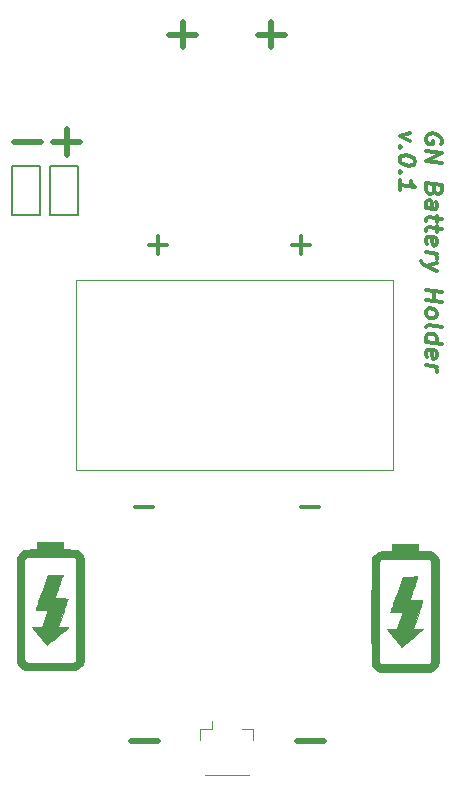
<source format=gto>
G04 #@! TF.GenerationSoftware,KiCad,Pcbnew,(5.1.7)-1*
G04 #@! TF.CreationDate,2020-10-28T14:03:00+01:00*
G04 #@! TF.ProjectId,Generic_Node-BatteryHolder,47656e65-7269-4635-9f4e-6f64652d4261,1.0*
G04 #@! TF.SameCoordinates,PX8f0d180PY5f5e100*
G04 #@! TF.FileFunction,Legend,Top*
G04 #@! TF.FilePolarity,Positive*
%FSLAX46Y46*%
G04 Gerber Fmt 4.6, Leading zero omitted, Abs format (unit mm)*
G04 Created by KiCad (PCBNEW (5.1.7)-1) date 2020-10-28 14:03:00*
%MOMM*%
%LPD*%
G01*
G04 APERTURE LIST*
%ADD10C,0.300000*%
%ADD11C,0.500000*%
%ADD12C,0.010000*%
%ADD13C,0.150000*%
%ADD14C,0.120000*%
G04 APERTURE END LIST*
D10*
X18125000Y21499643D02*
X18186904Y21634762D01*
X18186904Y21849048D01*
X18125000Y22071072D01*
X18001190Y22229405D01*
X17877380Y22316310D01*
X17629761Y22418691D01*
X17444047Y22441905D01*
X17196428Y22401429D01*
X17072619Y22345477D01*
X16948809Y22218096D01*
X16886904Y22011548D01*
X16886904Y21868691D01*
X16948809Y21646667D01*
X17010714Y21567500D01*
X17444047Y21513334D01*
X17444047Y21799048D01*
X16886904Y20940120D02*
X18186904Y20777620D01*
X16886904Y20082977D01*
X18186904Y19920477D01*
X17567857Y17640715D02*
X17505952Y17434167D01*
X17444047Y17370477D01*
X17320238Y17314524D01*
X17134523Y17337739D01*
X17010714Y17424643D01*
X16948809Y17503810D01*
X16886904Y17654405D01*
X16886904Y18225834D01*
X18186904Y18063334D01*
X18186904Y17563334D01*
X18125000Y17428215D01*
X18063095Y17364524D01*
X17939285Y17308572D01*
X17815476Y17324048D01*
X17691666Y17410953D01*
X17629761Y17490120D01*
X17567857Y17640715D01*
X17567857Y18140715D01*
X16886904Y16082977D02*
X17567857Y15997858D01*
X17691666Y16053810D01*
X17753571Y16188929D01*
X17753571Y16474643D01*
X17691666Y16625239D01*
X16948809Y16075239D02*
X16886904Y16225834D01*
X16886904Y16582977D01*
X16948809Y16718096D01*
X17072619Y16774048D01*
X17196428Y16758572D01*
X17320238Y16671667D01*
X17382142Y16521072D01*
X17382142Y16163929D01*
X17444047Y16013334D01*
X17753571Y15474643D02*
X17753571Y14903215D01*
X18186904Y15206191D02*
X17072619Y15345477D01*
X16948809Y15289524D01*
X16886904Y15154405D01*
X16886904Y15011548D01*
X17753571Y14617500D02*
X17753571Y14046072D01*
X18186904Y14349048D02*
X17072619Y14488334D01*
X16948809Y14432381D01*
X16886904Y14297262D01*
X16886904Y14154405D01*
X16948809Y13075239D02*
X16886904Y13225834D01*
X16886904Y13511548D01*
X16948809Y13646667D01*
X17072619Y13702620D01*
X17567857Y13640715D01*
X17691666Y13553810D01*
X17753571Y13403215D01*
X17753571Y13117500D01*
X17691666Y12982381D01*
X17567857Y12926429D01*
X17444047Y12941905D01*
X17320238Y13671667D01*
X16886904Y12368691D02*
X17753571Y12260358D01*
X17505952Y12291310D02*
X17629761Y12204405D01*
X17691666Y12125239D01*
X17753571Y11974643D01*
X17753571Y11831786D01*
X17753571Y11474643D02*
X16886904Y11225834D01*
X17753571Y10760358D02*
X16886904Y11225834D01*
X16577380Y11407381D01*
X16515476Y11486548D01*
X16453571Y11637143D01*
X16886904Y9154405D02*
X18186904Y8991905D01*
X17567857Y9069286D02*
X17567857Y8212143D01*
X16886904Y8297262D02*
X18186904Y8134762D01*
X16886904Y7368691D02*
X16948809Y7503810D01*
X17010714Y7567500D01*
X17134523Y7623453D01*
X17505952Y7577024D01*
X17629761Y7490120D01*
X17691666Y7410953D01*
X17753571Y7260358D01*
X17753571Y7046072D01*
X17691666Y6910953D01*
X17629761Y6847262D01*
X17505952Y6791310D01*
X17134523Y6837739D01*
X17010714Y6924643D01*
X16948809Y7003810D01*
X16886904Y7154405D01*
X16886904Y7368691D01*
X16886904Y6011548D02*
X16948809Y6146667D01*
X17072619Y6202620D01*
X18186904Y6063334D01*
X16886904Y4797262D02*
X18186904Y4634762D01*
X16948809Y4789524D02*
X16886904Y4940120D01*
X16886904Y5225834D01*
X16948809Y5360953D01*
X17010714Y5424643D01*
X17134523Y5480596D01*
X17505952Y5434167D01*
X17629761Y5347262D01*
X17691666Y5268096D01*
X17753571Y5117500D01*
X17753571Y4831786D01*
X17691666Y4696667D01*
X16948809Y3503810D02*
X16886904Y3654405D01*
X16886904Y3940120D01*
X16948809Y4075239D01*
X17072619Y4131191D01*
X17567857Y4069286D01*
X17691666Y3982381D01*
X17753571Y3831786D01*
X17753571Y3546072D01*
X17691666Y3410953D01*
X17567857Y3355000D01*
X17444047Y3370477D01*
X17320238Y4100239D01*
X16886904Y2797262D02*
X17753571Y2688929D01*
X17505952Y2719881D02*
X17629761Y2632977D01*
X17691666Y2553810D01*
X17753571Y2403215D01*
X17753571Y2260358D01*
X15503571Y22474643D02*
X14636904Y22225834D01*
X15503571Y21760358D01*
X14760714Y21281786D02*
X14698809Y21218096D01*
X14636904Y21297262D01*
X14698809Y21360953D01*
X14760714Y21281786D01*
X14636904Y21297262D01*
X15936904Y20134762D02*
X15936904Y19991905D01*
X15875000Y19856786D01*
X15813095Y19793096D01*
X15689285Y19737143D01*
X15441666Y19696667D01*
X15132142Y19735358D01*
X14884523Y19837739D01*
X14760714Y19924643D01*
X14698809Y20003810D01*
X14636904Y20154405D01*
X14636904Y20297262D01*
X14698809Y20432381D01*
X14760714Y20496072D01*
X14884523Y20552024D01*
X15132142Y20592500D01*
X15441666Y20553810D01*
X15689285Y20451429D01*
X15813095Y20364524D01*
X15875000Y20285358D01*
X15936904Y20134762D01*
X14760714Y19138929D02*
X14698809Y19075239D01*
X14636904Y19154405D01*
X14698809Y19218096D01*
X14760714Y19138929D01*
X14636904Y19154405D01*
X14636904Y17654405D02*
X14636904Y18511548D01*
X14636904Y18082977D02*
X15936904Y17920477D01*
X15751190Y18086548D01*
X15627380Y18244881D01*
X15565476Y18395477D01*
D11*
X2607142Y30800000D02*
X4892857Y30800000D01*
X3750000Y29733334D02*
X3750000Y31866667D01*
X-4892858Y30800000D02*
X-2607143Y30800000D01*
X-3750000Y29733334D02*
X-3750000Y31866667D01*
X5907142Y-29000000D02*
X8192857Y-29000000D01*
X-8142858Y-29000000D02*
X-5857143Y-29000000D01*
X-15757142Y21700000D02*
X-18042857Y21700000D01*
X-12407143Y21700000D02*
X-14692858Y21700000D01*
X-13550000Y22766667D02*
X-13550000Y20633334D01*
D12*
G36*
X16179500Y-12945167D02*
G01*
X16608125Y-12945289D01*
X16748031Y-12946350D01*
X16882052Y-12949228D01*
X17001206Y-12953592D01*
X17096508Y-12959107D01*
X17158975Y-12965440D01*
X17161360Y-12965819D01*
X17345435Y-13016653D01*
X17513916Y-13103649D01*
X17661919Y-13222014D01*
X17784559Y-13366954D01*
X17876951Y-13533674D01*
X17934213Y-13717380D01*
X17935895Y-13726023D01*
X17938822Y-13763149D01*
X17941536Y-13842411D01*
X17944036Y-13963613D01*
X17946321Y-14126556D01*
X17948390Y-14331044D01*
X17950242Y-14576881D01*
X17951876Y-14863869D01*
X17953292Y-15191811D01*
X17954487Y-15560511D01*
X17955463Y-15969772D01*
X17956216Y-16419395D01*
X17956747Y-16909186D01*
X17957054Y-17438947D01*
X17957137Y-18008480D01*
X17957133Y-18065098D01*
X17957107Y-18573217D01*
X17957092Y-19040769D01*
X17957039Y-19469519D01*
X17956901Y-19861233D01*
X17956630Y-20217676D01*
X17956179Y-20540614D01*
X17955501Y-20831812D01*
X17954547Y-21093037D01*
X17953271Y-21326054D01*
X17951625Y-21532629D01*
X17949561Y-21714527D01*
X17947033Y-21873513D01*
X17943991Y-22011354D01*
X17940390Y-22129816D01*
X17936181Y-22230663D01*
X17931318Y-22315662D01*
X17925752Y-22386578D01*
X17919436Y-22445177D01*
X17912322Y-22493225D01*
X17904364Y-22532487D01*
X17895513Y-22564728D01*
X17885722Y-22591715D01*
X17874944Y-22615213D01*
X17863131Y-22636988D01*
X17850235Y-22658805D01*
X17836210Y-22682431D01*
X17832789Y-22688359D01*
X17716150Y-22850425D01*
X17569414Y-22984363D01*
X17396778Y-23086870D01*
X17261105Y-23138659D01*
X17223148Y-23143716D01*
X17146501Y-23148314D01*
X17034748Y-23152453D01*
X16891473Y-23156136D01*
X16720261Y-23159364D01*
X16524696Y-23162136D01*
X16308363Y-23164454D01*
X16074845Y-23166319D01*
X15827728Y-23167732D01*
X15570595Y-23168695D01*
X15307031Y-23169207D01*
X15040621Y-23169270D01*
X14774949Y-23168885D01*
X14513599Y-23168053D01*
X14260155Y-23166774D01*
X14018203Y-23165051D01*
X13791326Y-23162883D01*
X13583109Y-23160272D01*
X13397137Y-23157219D01*
X13236993Y-23153724D01*
X13106262Y-23149789D01*
X13008529Y-23145415D01*
X12947377Y-23140602D01*
X12929670Y-23137484D01*
X12744329Y-23057686D01*
X12580159Y-22943954D01*
X12442767Y-22800767D01*
X12367211Y-22688359D01*
X12352917Y-22664062D01*
X12339764Y-22641982D01*
X12327704Y-22620355D01*
X12316690Y-22597414D01*
X12306674Y-22571394D01*
X12297609Y-22540529D01*
X12289448Y-22503054D01*
X12282143Y-22457202D01*
X12275646Y-22401209D01*
X12269910Y-22333308D01*
X12264887Y-22251735D01*
X12260531Y-22154722D01*
X12256793Y-22040505D01*
X12253626Y-21907318D01*
X12250983Y-21753396D01*
X12248815Y-21576972D01*
X12247077Y-21376281D01*
X12245719Y-21149557D01*
X12244695Y-20895035D01*
X12243957Y-20610949D01*
X12243457Y-20295533D01*
X12243149Y-19947022D01*
X12242984Y-19563650D01*
X12242916Y-19143652D01*
X12242896Y-18685261D01*
X12242877Y-18186712D01*
X12242868Y-18065098D01*
X12242929Y-17491766D01*
X12243214Y-16958188D01*
X12243724Y-16464562D01*
X12244456Y-16011083D01*
X12245410Y-15597949D01*
X12246585Y-15225356D01*
X12247979Y-14893503D01*
X12249593Y-14602584D01*
X12251424Y-14352799D01*
X12253472Y-14144342D01*
X12255737Y-13977412D01*
X12258216Y-13852205D01*
X12260067Y-13794937D01*
X12888084Y-13794937D01*
X12888084Y-18053177D01*
X12888088Y-18552361D01*
X12888114Y-19010965D01*
X12888178Y-19430740D01*
X12888297Y-19813439D01*
X12888488Y-20160814D01*
X12888769Y-20474618D01*
X12889157Y-20756603D01*
X12889668Y-21008521D01*
X12890320Y-21232124D01*
X12891130Y-21429166D01*
X12892116Y-21601399D01*
X12893293Y-21750574D01*
X12894680Y-21878445D01*
X12896294Y-21986763D01*
X12898151Y-22077282D01*
X12900269Y-22151753D01*
X12902665Y-22211929D01*
X12905356Y-22259562D01*
X12908360Y-22296404D01*
X12911692Y-22324209D01*
X12915372Y-22344728D01*
X12919414Y-22359714D01*
X12923838Y-22370919D01*
X12928659Y-22380096D01*
X12930417Y-22383106D01*
X12979267Y-22442700D01*
X13041187Y-22491266D01*
X13046503Y-22494231D01*
X13060433Y-22500894D01*
X13077497Y-22506763D01*
X13100314Y-22511887D01*
X13131504Y-22516317D01*
X13173686Y-22520104D01*
X13229479Y-22523298D01*
X13301503Y-22525948D01*
X13392377Y-22528106D01*
X13504720Y-22529821D01*
X13641152Y-22531145D01*
X13804291Y-22532126D01*
X13996758Y-22532816D01*
X14221171Y-22533265D01*
X14480150Y-22533523D01*
X14776314Y-22533640D01*
X15100000Y-22533667D01*
X15434552Y-22533638D01*
X15729389Y-22533516D01*
X15987132Y-22533253D01*
X16210400Y-22532796D01*
X16401811Y-22532097D01*
X16563985Y-22531105D01*
X16699542Y-22529769D01*
X16811101Y-22528039D01*
X16901281Y-22525865D01*
X16972702Y-22523197D01*
X17027982Y-22519984D01*
X17069741Y-22516176D01*
X17100598Y-22511722D01*
X17123173Y-22506573D01*
X17140085Y-22500678D01*
X17153497Y-22494231D01*
X17215283Y-22447917D01*
X17266409Y-22388270D01*
X17269584Y-22383106D01*
X17274546Y-22374223D01*
X17279105Y-22363915D01*
X17283277Y-22350430D01*
X17287080Y-22332017D01*
X17290530Y-22306921D01*
X17293645Y-22273392D01*
X17296442Y-22229677D01*
X17298937Y-22174023D01*
X17301149Y-22104678D01*
X17303095Y-22019889D01*
X17304790Y-21917905D01*
X17306254Y-21796972D01*
X17307501Y-21655339D01*
X17308551Y-21491252D01*
X17309420Y-21302961D01*
X17310124Y-21088711D01*
X17310682Y-20846752D01*
X17311111Y-20575330D01*
X17311426Y-20272693D01*
X17311647Y-19937088D01*
X17311789Y-19566764D01*
X17311870Y-19159968D01*
X17311906Y-18714948D01*
X17311916Y-18229950D01*
X17311917Y-18053177D01*
X17311917Y-13794937D01*
X17268276Y-13736485D01*
X17217860Y-13679971D01*
X17166182Y-13634391D01*
X17155833Y-13627080D01*
X17143856Y-13620635D01*
X17127670Y-13615001D01*
X17104689Y-13610124D01*
X17072332Y-13605948D01*
X17028015Y-13602421D01*
X16969154Y-13599486D01*
X16893168Y-13597090D01*
X16797471Y-13595177D01*
X16679482Y-13593694D01*
X16536618Y-13592586D01*
X16366294Y-13591798D01*
X16165927Y-13591275D01*
X15932936Y-13590964D01*
X15664735Y-13590809D01*
X15358743Y-13590756D01*
X15100000Y-13590750D01*
X14763636Y-13590762D01*
X14467023Y-13590835D01*
X14207576Y-13591023D01*
X13982713Y-13591380D01*
X13789850Y-13591962D01*
X13626405Y-13592823D01*
X13489795Y-13594017D01*
X13377435Y-13595599D01*
X13286743Y-13597623D01*
X13215136Y-13600145D01*
X13160030Y-13603218D01*
X13118843Y-13606897D01*
X13088991Y-13611237D01*
X13067890Y-13616292D01*
X13052959Y-13622118D01*
X13041613Y-13628767D01*
X13033819Y-13634391D01*
X12977305Y-13684807D01*
X12931725Y-13736485D01*
X12888084Y-13794937D01*
X12260067Y-13794937D01*
X12260909Y-13768918D01*
X12263816Y-13727748D01*
X12264105Y-13726023D01*
X12319660Y-13541660D01*
X12410568Y-13374068D01*
X12531944Y-13228039D01*
X12678903Y-13108367D01*
X12846563Y-13019846D01*
X13030038Y-12967271D01*
X13038641Y-12965819D01*
X13100019Y-12959283D01*
X13194356Y-12953602D01*
X13312279Y-12949135D01*
X13444416Y-12946245D01*
X13570709Y-12945289D01*
X13978167Y-12945167D01*
X13978167Y-12331334D01*
X16179500Y-12331334D01*
X16179500Y-12945167D01*
G37*
X16179500Y-12945167D02*
X16608125Y-12945289D01*
X16748031Y-12946350D01*
X16882052Y-12949228D01*
X17001206Y-12953592D01*
X17096508Y-12959107D01*
X17158975Y-12965440D01*
X17161360Y-12965819D01*
X17345435Y-13016653D01*
X17513916Y-13103649D01*
X17661919Y-13222014D01*
X17784559Y-13366954D01*
X17876951Y-13533674D01*
X17934213Y-13717380D01*
X17935895Y-13726023D01*
X17938822Y-13763149D01*
X17941536Y-13842411D01*
X17944036Y-13963613D01*
X17946321Y-14126556D01*
X17948390Y-14331044D01*
X17950242Y-14576881D01*
X17951876Y-14863869D01*
X17953292Y-15191811D01*
X17954487Y-15560511D01*
X17955463Y-15969772D01*
X17956216Y-16419395D01*
X17956747Y-16909186D01*
X17957054Y-17438947D01*
X17957137Y-18008480D01*
X17957133Y-18065098D01*
X17957107Y-18573217D01*
X17957092Y-19040769D01*
X17957039Y-19469519D01*
X17956901Y-19861233D01*
X17956630Y-20217676D01*
X17956179Y-20540614D01*
X17955501Y-20831812D01*
X17954547Y-21093037D01*
X17953271Y-21326054D01*
X17951625Y-21532629D01*
X17949561Y-21714527D01*
X17947033Y-21873513D01*
X17943991Y-22011354D01*
X17940390Y-22129816D01*
X17936181Y-22230663D01*
X17931318Y-22315662D01*
X17925752Y-22386578D01*
X17919436Y-22445177D01*
X17912322Y-22493225D01*
X17904364Y-22532487D01*
X17895513Y-22564728D01*
X17885722Y-22591715D01*
X17874944Y-22615213D01*
X17863131Y-22636988D01*
X17850235Y-22658805D01*
X17836210Y-22682431D01*
X17832789Y-22688359D01*
X17716150Y-22850425D01*
X17569414Y-22984363D01*
X17396778Y-23086870D01*
X17261105Y-23138659D01*
X17223148Y-23143716D01*
X17146501Y-23148314D01*
X17034748Y-23152453D01*
X16891473Y-23156136D01*
X16720261Y-23159364D01*
X16524696Y-23162136D01*
X16308363Y-23164454D01*
X16074845Y-23166319D01*
X15827728Y-23167732D01*
X15570595Y-23168695D01*
X15307031Y-23169207D01*
X15040621Y-23169270D01*
X14774949Y-23168885D01*
X14513599Y-23168053D01*
X14260155Y-23166774D01*
X14018203Y-23165051D01*
X13791326Y-23162883D01*
X13583109Y-23160272D01*
X13397137Y-23157219D01*
X13236993Y-23153724D01*
X13106262Y-23149789D01*
X13008529Y-23145415D01*
X12947377Y-23140602D01*
X12929670Y-23137484D01*
X12744329Y-23057686D01*
X12580159Y-22943954D01*
X12442767Y-22800767D01*
X12367211Y-22688359D01*
X12352917Y-22664062D01*
X12339764Y-22641982D01*
X12327704Y-22620355D01*
X12316690Y-22597414D01*
X12306674Y-22571394D01*
X12297609Y-22540529D01*
X12289448Y-22503054D01*
X12282143Y-22457202D01*
X12275646Y-22401209D01*
X12269910Y-22333308D01*
X12264887Y-22251735D01*
X12260531Y-22154722D01*
X12256793Y-22040505D01*
X12253626Y-21907318D01*
X12250983Y-21753396D01*
X12248815Y-21576972D01*
X12247077Y-21376281D01*
X12245719Y-21149557D01*
X12244695Y-20895035D01*
X12243957Y-20610949D01*
X12243457Y-20295533D01*
X12243149Y-19947022D01*
X12242984Y-19563650D01*
X12242916Y-19143652D01*
X12242896Y-18685261D01*
X12242877Y-18186712D01*
X12242868Y-18065098D01*
X12242929Y-17491766D01*
X12243214Y-16958188D01*
X12243724Y-16464562D01*
X12244456Y-16011083D01*
X12245410Y-15597949D01*
X12246585Y-15225356D01*
X12247979Y-14893503D01*
X12249593Y-14602584D01*
X12251424Y-14352799D01*
X12253472Y-14144342D01*
X12255737Y-13977412D01*
X12258216Y-13852205D01*
X12260067Y-13794937D01*
X12888084Y-13794937D01*
X12888084Y-18053177D01*
X12888088Y-18552361D01*
X12888114Y-19010965D01*
X12888178Y-19430740D01*
X12888297Y-19813439D01*
X12888488Y-20160814D01*
X12888769Y-20474618D01*
X12889157Y-20756603D01*
X12889668Y-21008521D01*
X12890320Y-21232124D01*
X12891130Y-21429166D01*
X12892116Y-21601399D01*
X12893293Y-21750574D01*
X12894680Y-21878445D01*
X12896294Y-21986763D01*
X12898151Y-22077282D01*
X12900269Y-22151753D01*
X12902665Y-22211929D01*
X12905356Y-22259562D01*
X12908360Y-22296404D01*
X12911692Y-22324209D01*
X12915372Y-22344728D01*
X12919414Y-22359714D01*
X12923838Y-22370919D01*
X12928659Y-22380096D01*
X12930417Y-22383106D01*
X12979267Y-22442700D01*
X13041187Y-22491266D01*
X13046503Y-22494231D01*
X13060433Y-22500894D01*
X13077497Y-22506763D01*
X13100314Y-22511887D01*
X13131504Y-22516317D01*
X13173686Y-22520104D01*
X13229479Y-22523298D01*
X13301503Y-22525948D01*
X13392377Y-22528106D01*
X13504720Y-22529821D01*
X13641152Y-22531145D01*
X13804291Y-22532126D01*
X13996758Y-22532816D01*
X14221171Y-22533265D01*
X14480150Y-22533523D01*
X14776314Y-22533640D01*
X15100000Y-22533667D01*
X15434552Y-22533638D01*
X15729389Y-22533516D01*
X15987132Y-22533253D01*
X16210400Y-22532796D01*
X16401811Y-22532097D01*
X16563985Y-22531105D01*
X16699542Y-22529769D01*
X16811101Y-22528039D01*
X16901281Y-22525865D01*
X16972702Y-22523197D01*
X17027982Y-22519984D01*
X17069741Y-22516176D01*
X17100598Y-22511722D01*
X17123173Y-22506573D01*
X17140085Y-22500678D01*
X17153497Y-22494231D01*
X17215283Y-22447917D01*
X17266409Y-22388270D01*
X17269584Y-22383106D01*
X17274546Y-22374223D01*
X17279105Y-22363915D01*
X17283277Y-22350430D01*
X17287080Y-22332017D01*
X17290530Y-22306921D01*
X17293645Y-22273392D01*
X17296442Y-22229677D01*
X17298937Y-22174023D01*
X17301149Y-22104678D01*
X17303095Y-22019889D01*
X17304790Y-21917905D01*
X17306254Y-21796972D01*
X17307501Y-21655339D01*
X17308551Y-21491252D01*
X17309420Y-21302961D01*
X17310124Y-21088711D01*
X17310682Y-20846752D01*
X17311111Y-20575330D01*
X17311426Y-20272693D01*
X17311647Y-19937088D01*
X17311789Y-19566764D01*
X17311870Y-19159968D01*
X17311906Y-18714948D01*
X17311916Y-18229950D01*
X17311917Y-18053177D01*
X17311917Y-13794937D01*
X17268276Y-13736485D01*
X17217860Y-13679971D01*
X17166182Y-13634391D01*
X17155833Y-13627080D01*
X17143856Y-13620635D01*
X17127670Y-13615001D01*
X17104689Y-13610124D01*
X17072332Y-13605948D01*
X17028015Y-13602421D01*
X16969154Y-13599486D01*
X16893168Y-13597090D01*
X16797471Y-13595177D01*
X16679482Y-13593694D01*
X16536618Y-13592586D01*
X16366294Y-13591798D01*
X16165927Y-13591275D01*
X15932936Y-13590964D01*
X15664735Y-13590809D01*
X15358743Y-13590756D01*
X15100000Y-13590750D01*
X14763636Y-13590762D01*
X14467023Y-13590835D01*
X14207576Y-13591023D01*
X13982713Y-13591380D01*
X13789850Y-13591962D01*
X13626405Y-13592823D01*
X13489795Y-13594017D01*
X13377435Y-13595599D01*
X13286743Y-13597623D01*
X13215136Y-13600145D01*
X13160030Y-13603218D01*
X13118843Y-13606897D01*
X13088991Y-13611237D01*
X13067890Y-13616292D01*
X13052959Y-13622118D01*
X13041613Y-13628767D01*
X13033819Y-13634391D01*
X12977305Y-13684807D01*
X12931725Y-13736485D01*
X12888084Y-13794937D01*
X12260067Y-13794937D01*
X12260909Y-13768918D01*
X12263816Y-13727748D01*
X12264105Y-13726023D01*
X12319660Y-13541660D01*
X12410568Y-13374068D01*
X12531944Y-13228039D01*
X12678903Y-13108367D01*
X12846563Y-13019846D01*
X13030038Y-12967271D01*
X13038641Y-12965819D01*
X13100019Y-12959283D01*
X13194356Y-12953602D01*
X13312279Y-12949135D01*
X13444416Y-12946245D01*
X13570709Y-12945289D01*
X13978167Y-12945167D01*
X13978167Y-12331334D01*
X16179500Y-12331334D01*
X16179500Y-12945167D01*
G36*
X16074554Y-15257307D02*
G01*
X16039530Y-15358958D01*
X15996247Y-15484219D01*
X15946397Y-15628218D01*
X15891675Y-15786088D01*
X15833774Y-15952957D01*
X15774387Y-16123957D01*
X15715208Y-16294217D01*
X15657929Y-16458868D01*
X15604245Y-16613039D01*
X15555849Y-16751862D01*
X15514434Y-16870465D01*
X15481694Y-16963981D01*
X15459322Y-17027538D01*
X15449011Y-17056267D01*
X15448807Y-17056792D01*
X15446702Y-17067908D01*
X15453298Y-17076554D01*
X15473163Y-17083037D01*
X15510864Y-17087667D01*
X15570970Y-17090751D01*
X15658048Y-17092599D01*
X15776666Y-17093518D01*
X15931392Y-17093818D01*
X15997319Y-17093834D01*
X16146747Y-17094412D01*
X16281273Y-17096042D01*
X16395406Y-17098568D01*
X16483650Y-17101832D01*
X16540512Y-17105677D01*
X16560500Y-17109917D01*
X16553981Y-17132359D01*
X16535198Y-17191411D01*
X16505315Y-17283538D01*
X16465497Y-17405201D01*
X16416906Y-17552865D01*
X16360707Y-17722992D01*
X16298064Y-17912046D01*
X16230140Y-18116491D01*
X16160028Y-18327001D01*
X15759557Y-19528000D01*
X16612455Y-19528000D01*
X16560019Y-19579369D01*
X16529982Y-19606331D01*
X16472469Y-19655663D01*
X16391141Y-19724346D01*
X16289660Y-19809365D01*
X16171687Y-19907703D01*
X16040883Y-20016344D01*
X15900909Y-20132270D01*
X15755426Y-20252465D01*
X15608095Y-20373913D01*
X15462577Y-20493597D01*
X15322534Y-20608500D01*
X15191626Y-20715606D01*
X15073515Y-20811898D01*
X14971862Y-20894359D01*
X14890328Y-20959973D01*
X14832574Y-21005723D01*
X14802261Y-21028593D01*
X14798661Y-21030659D01*
X14782337Y-21014940D01*
X14741744Y-20969858D01*
X14679638Y-20898634D01*
X14598775Y-20804493D01*
X14501909Y-20690654D01*
X14391797Y-20560342D01*
X14271193Y-20416779D01*
X14160797Y-20284709D01*
X13538523Y-19538584D01*
X13974555Y-19528000D01*
X14410587Y-19517417D01*
X14656463Y-18797750D01*
X14902339Y-18078084D01*
X14374551Y-18072424D01*
X13846762Y-18066764D01*
X13858659Y-18019507D01*
X13867630Y-17992215D01*
X13889778Y-17928368D01*
X13923936Y-17831241D01*
X13968939Y-17704109D01*
X14023623Y-17550247D01*
X14086820Y-17372929D01*
X14157367Y-17175432D01*
X14234098Y-16961029D01*
X14315846Y-16732997D01*
X14387682Y-16532917D01*
X14904808Y-15093584D01*
X15519753Y-15087974D01*
X16134697Y-15082365D01*
X16074554Y-15257307D01*
G37*
X16074554Y-15257307D02*
X16039530Y-15358958D01*
X15996247Y-15484219D01*
X15946397Y-15628218D01*
X15891675Y-15786088D01*
X15833774Y-15952957D01*
X15774387Y-16123957D01*
X15715208Y-16294217D01*
X15657929Y-16458868D01*
X15604245Y-16613039D01*
X15555849Y-16751862D01*
X15514434Y-16870465D01*
X15481694Y-16963981D01*
X15459322Y-17027538D01*
X15449011Y-17056267D01*
X15448807Y-17056792D01*
X15446702Y-17067908D01*
X15453298Y-17076554D01*
X15473163Y-17083037D01*
X15510864Y-17087667D01*
X15570970Y-17090751D01*
X15658048Y-17092599D01*
X15776666Y-17093518D01*
X15931392Y-17093818D01*
X15997319Y-17093834D01*
X16146747Y-17094412D01*
X16281273Y-17096042D01*
X16395406Y-17098568D01*
X16483650Y-17101832D01*
X16540512Y-17105677D01*
X16560500Y-17109917D01*
X16553981Y-17132359D01*
X16535198Y-17191411D01*
X16505315Y-17283538D01*
X16465497Y-17405201D01*
X16416906Y-17552865D01*
X16360707Y-17722992D01*
X16298064Y-17912046D01*
X16230140Y-18116491D01*
X16160028Y-18327001D01*
X15759557Y-19528000D01*
X16612455Y-19528000D01*
X16560019Y-19579369D01*
X16529982Y-19606331D01*
X16472469Y-19655663D01*
X16391141Y-19724346D01*
X16289660Y-19809365D01*
X16171687Y-19907703D01*
X16040883Y-20016344D01*
X15900909Y-20132270D01*
X15755426Y-20252465D01*
X15608095Y-20373913D01*
X15462577Y-20493597D01*
X15322534Y-20608500D01*
X15191626Y-20715606D01*
X15073515Y-20811898D01*
X14971862Y-20894359D01*
X14890328Y-20959973D01*
X14832574Y-21005723D01*
X14802261Y-21028593D01*
X14798661Y-21030659D01*
X14782337Y-21014940D01*
X14741744Y-20969858D01*
X14679638Y-20898634D01*
X14598775Y-20804493D01*
X14501909Y-20690654D01*
X14391797Y-20560342D01*
X14271193Y-20416779D01*
X14160797Y-20284709D01*
X13538523Y-19538584D01*
X13974555Y-19528000D01*
X14410587Y-19517417D01*
X14656463Y-18797750D01*
X14902339Y-18078084D01*
X14374551Y-18072424D01*
X13846762Y-18066764D01*
X13858659Y-18019507D01*
X13867630Y-17992215D01*
X13889778Y-17928368D01*
X13923936Y-17831241D01*
X13968939Y-17704109D01*
X14023623Y-17550247D01*
X14086820Y-17372929D01*
X14157367Y-17175432D01*
X14234098Y-16961029D01*
X14315846Y-16732997D01*
X14387682Y-16532917D01*
X14904808Y-15093584D01*
X15519753Y-15087974D01*
X16134697Y-15082365D01*
X16074554Y-15257307D01*
G36*
X-13975446Y-15107307D02*
G01*
X-14010470Y-15208958D01*
X-14053753Y-15334219D01*
X-14103603Y-15478218D01*
X-14158325Y-15636088D01*
X-14216226Y-15802957D01*
X-14275613Y-15973957D01*
X-14334792Y-16144217D01*
X-14392071Y-16308868D01*
X-14445755Y-16463039D01*
X-14494151Y-16601862D01*
X-14535566Y-16720465D01*
X-14568306Y-16813981D01*
X-14590678Y-16877538D01*
X-14600989Y-16906267D01*
X-14601193Y-16906792D01*
X-14603298Y-16917908D01*
X-14596702Y-16926554D01*
X-14576837Y-16933037D01*
X-14539136Y-16937667D01*
X-14479030Y-16940751D01*
X-14391952Y-16942599D01*
X-14273334Y-16943518D01*
X-14118608Y-16943818D01*
X-14052681Y-16943834D01*
X-13903253Y-16944412D01*
X-13768727Y-16946042D01*
X-13654594Y-16948568D01*
X-13566350Y-16951832D01*
X-13509488Y-16955677D01*
X-13489500Y-16959917D01*
X-13496019Y-16982359D01*
X-13514802Y-17041411D01*
X-13544685Y-17133538D01*
X-13584503Y-17255201D01*
X-13633094Y-17402865D01*
X-13689293Y-17572992D01*
X-13751936Y-17762046D01*
X-13819860Y-17966491D01*
X-13889972Y-18177001D01*
X-14290443Y-19378000D01*
X-13437545Y-19378000D01*
X-13489981Y-19429369D01*
X-13520018Y-19456331D01*
X-13577531Y-19505663D01*
X-13658859Y-19574346D01*
X-13760340Y-19659365D01*
X-13878313Y-19757703D01*
X-14009117Y-19866344D01*
X-14149091Y-19982270D01*
X-14294574Y-20102465D01*
X-14441905Y-20223913D01*
X-14587423Y-20343597D01*
X-14727466Y-20458500D01*
X-14858374Y-20565606D01*
X-14976485Y-20661898D01*
X-15078138Y-20744359D01*
X-15159672Y-20809973D01*
X-15217426Y-20855723D01*
X-15247739Y-20878593D01*
X-15251339Y-20880659D01*
X-15267663Y-20864940D01*
X-15308256Y-20819858D01*
X-15370362Y-20748634D01*
X-15451225Y-20654493D01*
X-15548091Y-20540654D01*
X-15658203Y-20410342D01*
X-15778807Y-20266779D01*
X-15889203Y-20134709D01*
X-16511477Y-19388584D01*
X-16075445Y-19378000D01*
X-15639413Y-19367417D01*
X-15393537Y-18647750D01*
X-15147661Y-17928084D01*
X-15675449Y-17922424D01*
X-16203238Y-17916764D01*
X-16191341Y-17869507D01*
X-16182370Y-17842215D01*
X-16160222Y-17778368D01*
X-16126064Y-17681241D01*
X-16081061Y-17554109D01*
X-16026377Y-17400247D01*
X-15963180Y-17222929D01*
X-15892633Y-17025432D01*
X-15815902Y-16811029D01*
X-15734154Y-16582997D01*
X-15662318Y-16382917D01*
X-15145192Y-14943584D01*
X-14530247Y-14937974D01*
X-13915303Y-14932365D01*
X-13975446Y-15107307D01*
G37*
X-13975446Y-15107307D02*
X-14010470Y-15208958D01*
X-14053753Y-15334219D01*
X-14103603Y-15478218D01*
X-14158325Y-15636088D01*
X-14216226Y-15802957D01*
X-14275613Y-15973957D01*
X-14334792Y-16144217D01*
X-14392071Y-16308868D01*
X-14445755Y-16463039D01*
X-14494151Y-16601862D01*
X-14535566Y-16720465D01*
X-14568306Y-16813981D01*
X-14590678Y-16877538D01*
X-14600989Y-16906267D01*
X-14601193Y-16906792D01*
X-14603298Y-16917908D01*
X-14596702Y-16926554D01*
X-14576837Y-16933037D01*
X-14539136Y-16937667D01*
X-14479030Y-16940751D01*
X-14391952Y-16942599D01*
X-14273334Y-16943518D01*
X-14118608Y-16943818D01*
X-14052681Y-16943834D01*
X-13903253Y-16944412D01*
X-13768727Y-16946042D01*
X-13654594Y-16948568D01*
X-13566350Y-16951832D01*
X-13509488Y-16955677D01*
X-13489500Y-16959917D01*
X-13496019Y-16982359D01*
X-13514802Y-17041411D01*
X-13544685Y-17133538D01*
X-13584503Y-17255201D01*
X-13633094Y-17402865D01*
X-13689293Y-17572992D01*
X-13751936Y-17762046D01*
X-13819860Y-17966491D01*
X-13889972Y-18177001D01*
X-14290443Y-19378000D01*
X-13437545Y-19378000D01*
X-13489981Y-19429369D01*
X-13520018Y-19456331D01*
X-13577531Y-19505663D01*
X-13658859Y-19574346D01*
X-13760340Y-19659365D01*
X-13878313Y-19757703D01*
X-14009117Y-19866344D01*
X-14149091Y-19982270D01*
X-14294574Y-20102465D01*
X-14441905Y-20223913D01*
X-14587423Y-20343597D01*
X-14727466Y-20458500D01*
X-14858374Y-20565606D01*
X-14976485Y-20661898D01*
X-15078138Y-20744359D01*
X-15159672Y-20809973D01*
X-15217426Y-20855723D01*
X-15247739Y-20878593D01*
X-15251339Y-20880659D01*
X-15267663Y-20864940D01*
X-15308256Y-20819858D01*
X-15370362Y-20748634D01*
X-15451225Y-20654493D01*
X-15548091Y-20540654D01*
X-15658203Y-20410342D01*
X-15778807Y-20266779D01*
X-15889203Y-20134709D01*
X-16511477Y-19388584D01*
X-16075445Y-19378000D01*
X-15639413Y-19367417D01*
X-15393537Y-18647750D01*
X-15147661Y-17928084D01*
X-15675449Y-17922424D01*
X-16203238Y-17916764D01*
X-16191341Y-17869507D01*
X-16182370Y-17842215D01*
X-16160222Y-17778368D01*
X-16126064Y-17681241D01*
X-16081061Y-17554109D01*
X-16026377Y-17400247D01*
X-15963180Y-17222929D01*
X-15892633Y-17025432D01*
X-15815902Y-16811029D01*
X-15734154Y-16582997D01*
X-15662318Y-16382917D01*
X-15145192Y-14943584D01*
X-14530247Y-14937974D01*
X-13915303Y-14932365D01*
X-13975446Y-15107307D01*
G36*
X-13870500Y-12795167D02*
G01*
X-13441875Y-12795289D01*
X-13301969Y-12796350D01*
X-13167948Y-12799228D01*
X-13048794Y-12803592D01*
X-12953492Y-12809107D01*
X-12891025Y-12815440D01*
X-12888640Y-12815819D01*
X-12704565Y-12866653D01*
X-12536084Y-12953649D01*
X-12388081Y-13072014D01*
X-12265441Y-13216954D01*
X-12173049Y-13383674D01*
X-12115787Y-13567380D01*
X-12114105Y-13576023D01*
X-12111178Y-13613149D01*
X-12108464Y-13692411D01*
X-12105964Y-13813613D01*
X-12103679Y-13976556D01*
X-12101610Y-14181044D01*
X-12099758Y-14426881D01*
X-12098124Y-14713869D01*
X-12096708Y-15041811D01*
X-12095513Y-15410511D01*
X-12094537Y-15819772D01*
X-12093784Y-16269395D01*
X-12093253Y-16759186D01*
X-12092946Y-17288947D01*
X-12092863Y-17858480D01*
X-12092867Y-17915098D01*
X-12092893Y-18423217D01*
X-12092908Y-18890769D01*
X-12092961Y-19319519D01*
X-12093099Y-19711233D01*
X-12093370Y-20067676D01*
X-12093821Y-20390614D01*
X-12094499Y-20681812D01*
X-12095453Y-20943037D01*
X-12096729Y-21176054D01*
X-12098375Y-21382629D01*
X-12100439Y-21564527D01*
X-12102967Y-21723513D01*
X-12106009Y-21861354D01*
X-12109610Y-21979816D01*
X-12113819Y-22080663D01*
X-12118682Y-22165662D01*
X-12124248Y-22236578D01*
X-12130564Y-22295177D01*
X-12137678Y-22343225D01*
X-12145636Y-22382487D01*
X-12154487Y-22414728D01*
X-12164278Y-22441715D01*
X-12175056Y-22465213D01*
X-12186869Y-22486988D01*
X-12199765Y-22508805D01*
X-12213790Y-22532431D01*
X-12217211Y-22538359D01*
X-12333850Y-22700425D01*
X-12480586Y-22834363D01*
X-12653222Y-22936870D01*
X-12788895Y-22988659D01*
X-12826852Y-22993716D01*
X-12903499Y-22998314D01*
X-13015252Y-23002453D01*
X-13158527Y-23006136D01*
X-13329739Y-23009364D01*
X-13525304Y-23012136D01*
X-13741637Y-23014454D01*
X-13975155Y-23016319D01*
X-14222272Y-23017732D01*
X-14479405Y-23018695D01*
X-14742969Y-23019207D01*
X-15009379Y-23019270D01*
X-15275051Y-23018885D01*
X-15536401Y-23018053D01*
X-15789845Y-23016774D01*
X-16031797Y-23015051D01*
X-16258674Y-23012883D01*
X-16466891Y-23010272D01*
X-16652863Y-23007219D01*
X-16813007Y-23003724D01*
X-16943738Y-22999789D01*
X-17041471Y-22995415D01*
X-17102623Y-22990602D01*
X-17120330Y-22987484D01*
X-17305671Y-22907686D01*
X-17469841Y-22793954D01*
X-17607233Y-22650767D01*
X-17682789Y-22538359D01*
X-17697083Y-22514062D01*
X-17710236Y-22491982D01*
X-17722296Y-22470355D01*
X-17733310Y-22447414D01*
X-17743326Y-22421394D01*
X-17752391Y-22390529D01*
X-17760552Y-22353054D01*
X-17767857Y-22307202D01*
X-17774354Y-22251209D01*
X-17780090Y-22183308D01*
X-17785113Y-22101735D01*
X-17789469Y-22004722D01*
X-17793207Y-21890505D01*
X-17796374Y-21757318D01*
X-17799017Y-21603396D01*
X-17801185Y-21426972D01*
X-17802923Y-21226281D01*
X-17804281Y-20999557D01*
X-17805305Y-20745035D01*
X-17806043Y-20460949D01*
X-17806543Y-20145533D01*
X-17806851Y-19797022D01*
X-17807016Y-19413650D01*
X-17807084Y-18993652D01*
X-17807104Y-18535261D01*
X-17807123Y-18036712D01*
X-17807132Y-17915098D01*
X-17807071Y-17341766D01*
X-17806786Y-16808188D01*
X-17806276Y-16314562D01*
X-17805544Y-15861083D01*
X-17804590Y-15447949D01*
X-17803415Y-15075356D01*
X-17802021Y-14743503D01*
X-17800407Y-14452584D01*
X-17798576Y-14202799D01*
X-17796528Y-13994342D01*
X-17794263Y-13827412D01*
X-17791784Y-13702205D01*
X-17789933Y-13644937D01*
X-17161916Y-13644937D01*
X-17161916Y-17903177D01*
X-17161912Y-18402361D01*
X-17161886Y-18860965D01*
X-17161822Y-19280740D01*
X-17161703Y-19663439D01*
X-17161512Y-20010814D01*
X-17161231Y-20324618D01*
X-17160843Y-20606603D01*
X-17160332Y-20858521D01*
X-17159680Y-21082124D01*
X-17158870Y-21279166D01*
X-17157884Y-21451399D01*
X-17156707Y-21600574D01*
X-17155320Y-21728445D01*
X-17153706Y-21836763D01*
X-17151849Y-21927282D01*
X-17149731Y-22001753D01*
X-17147335Y-22061929D01*
X-17144644Y-22109562D01*
X-17141640Y-22146404D01*
X-17138308Y-22174209D01*
X-17134628Y-22194728D01*
X-17130586Y-22209714D01*
X-17126162Y-22220919D01*
X-17121341Y-22230096D01*
X-17119583Y-22233106D01*
X-17070733Y-22292700D01*
X-17008813Y-22341266D01*
X-17003497Y-22344231D01*
X-16989567Y-22350894D01*
X-16972503Y-22356763D01*
X-16949686Y-22361887D01*
X-16918496Y-22366317D01*
X-16876314Y-22370104D01*
X-16820521Y-22373298D01*
X-16748497Y-22375948D01*
X-16657623Y-22378106D01*
X-16545280Y-22379821D01*
X-16408848Y-22381145D01*
X-16245709Y-22382126D01*
X-16053242Y-22382816D01*
X-15828829Y-22383265D01*
X-15569850Y-22383523D01*
X-15273686Y-22383640D01*
X-14950000Y-22383667D01*
X-14615448Y-22383638D01*
X-14320611Y-22383516D01*
X-14062868Y-22383253D01*
X-13839600Y-22382796D01*
X-13648189Y-22382097D01*
X-13486015Y-22381105D01*
X-13350458Y-22379769D01*
X-13238899Y-22378039D01*
X-13148719Y-22375865D01*
X-13077298Y-22373197D01*
X-13022018Y-22369984D01*
X-12980259Y-22366176D01*
X-12949402Y-22361722D01*
X-12926827Y-22356573D01*
X-12909915Y-22350678D01*
X-12896503Y-22344231D01*
X-12834717Y-22297917D01*
X-12783591Y-22238270D01*
X-12780416Y-22233106D01*
X-12775454Y-22224223D01*
X-12770895Y-22213915D01*
X-12766723Y-22200430D01*
X-12762920Y-22182017D01*
X-12759470Y-22156921D01*
X-12756355Y-22123392D01*
X-12753558Y-22079677D01*
X-12751063Y-22024023D01*
X-12748851Y-21954678D01*
X-12746905Y-21869889D01*
X-12745210Y-21767905D01*
X-12743746Y-21646972D01*
X-12742499Y-21505339D01*
X-12741449Y-21341252D01*
X-12740580Y-21152961D01*
X-12739876Y-20938711D01*
X-12739318Y-20696752D01*
X-12738889Y-20425330D01*
X-12738574Y-20122693D01*
X-12738353Y-19787088D01*
X-12738211Y-19416764D01*
X-12738130Y-19009968D01*
X-12738094Y-18564948D01*
X-12738084Y-18079950D01*
X-12738083Y-17903177D01*
X-12738083Y-13644937D01*
X-12781724Y-13586485D01*
X-12832140Y-13529971D01*
X-12883818Y-13484391D01*
X-12894167Y-13477080D01*
X-12906144Y-13470635D01*
X-12922330Y-13465001D01*
X-12945311Y-13460124D01*
X-12977668Y-13455948D01*
X-13021985Y-13452421D01*
X-13080846Y-13449486D01*
X-13156832Y-13447090D01*
X-13252529Y-13445177D01*
X-13370518Y-13443694D01*
X-13513382Y-13442586D01*
X-13683706Y-13441798D01*
X-13884073Y-13441275D01*
X-14117064Y-13440964D01*
X-14385265Y-13440809D01*
X-14691257Y-13440756D01*
X-14950000Y-13440750D01*
X-15286364Y-13440762D01*
X-15582977Y-13440835D01*
X-15842424Y-13441023D01*
X-16067287Y-13441380D01*
X-16260150Y-13441962D01*
X-16423595Y-13442823D01*
X-16560205Y-13444017D01*
X-16672565Y-13445599D01*
X-16763257Y-13447623D01*
X-16834864Y-13450145D01*
X-16889970Y-13453218D01*
X-16931157Y-13456897D01*
X-16961009Y-13461237D01*
X-16982110Y-13466292D01*
X-16997041Y-13472118D01*
X-17008387Y-13478767D01*
X-17016181Y-13484391D01*
X-17072695Y-13534807D01*
X-17118275Y-13586485D01*
X-17161916Y-13644937D01*
X-17789933Y-13644937D01*
X-17789091Y-13618918D01*
X-17786184Y-13577748D01*
X-17785895Y-13576023D01*
X-17730340Y-13391660D01*
X-17639432Y-13224068D01*
X-17518056Y-13078039D01*
X-17371097Y-12958367D01*
X-17203437Y-12869846D01*
X-17019962Y-12817271D01*
X-17011359Y-12815819D01*
X-16949981Y-12809283D01*
X-16855644Y-12803602D01*
X-16737721Y-12799135D01*
X-16605584Y-12796245D01*
X-16479291Y-12795289D01*
X-16071833Y-12795167D01*
X-16071833Y-12181334D01*
X-13870500Y-12181334D01*
X-13870500Y-12795167D01*
G37*
X-13870500Y-12795167D02*
X-13441875Y-12795289D01*
X-13301969Y-12796350D01*
X-13167948Y-12799228D01*
X-13048794Y-12803592D01*
X-12953492Y-12809107D01*
X-12891025Y-12815440D01*
X-12888640Y-12815819D01*
X-12704565Y-12866653D01*
X-12536084Y-12953649D01*
X-12388081Y-13072014D01*
X-12265441Y-13216954D01*
X-12173049Y-13383674D01*
X-12115787Y-13567380D01*
X-12114105Y-13576023D01*
X-12111178Y-13613149D01*
X-12108464Y-13692411D01*
X-12105964Y-13813613D01*
X-12103679Y-13976556D01*
X-12101610Y-14181044D01*
X-12099758Y-14426881D01*
X-12098124Y-14713869D01*
X-12096708Y-15041811D01*
X-12095513Y-15410511D01*
X-12094537Y-15819772D01*
X-12093784Y-16269395D01*
X-12093253Y-16759186D01*
X-12092946Y-17288947D01*
X-12092863Y-17858480D01*
X-12092867Y-17915098D01*
X-12092893Y-18423217D01*
X-12092908Y-18890769D01*
X-12092961Y-19319519D01*
X-12093099Y-19711233D01*
X-12093370Y-20067676D01*
X-12093821Y-20390614D01*
X-12094499Y-20681812D01*
X-12095453Y-20943037D01*
X-12096729Y-21176054D01*
X-12098375Y-21382629D01*
X-12100439Y-21564527D01*
X-12102967Y-21723513D01*
X-12106009Y-21861354D01*
X-12109610Y-21979816D01*
X-12113819Y-22080663D01*
X-12118682Y-22165662D01*
X-12124248Y-22236578D01*
X-12130564Y-22295177D01*
X-12137678Y-22343225D01*
X-12145636Y-22382487D01*
X-12154487Y-22414728D01*
X-12164278Y-22441715D01*
X-12175056Y-22465213D01*
X-12186869Y-22486988D01*
X-12199765Y-22508805D01*
X-12213790Y-22532431D01*
X-12217211Y-22538359D01*
X-12333850Y-22700425D01*
X-12480586Y-22834363D01*
X-12653222Y-22936870D01*
X-12788895Y-22988659D01*
X-12826852Y-22993716D01*
X-12903499Y-22998314D01*
X-13015252Y-23002453D01*
X-13158527Y-23006136D01*
X-13329739Y-23009364D01*
X-13525304Y-23012136D01*
X-13741637Y-23014454D01*
X-13975155Y-23016319D01*
X-14222272Y-23017732D01*
X-14479405Y-23018695D01*
X-14742969Y-23019207D01*
X-15009379Y-23019270D01*
X-15275051Y-23018885D01*
X-15536401Y-23018053D01*
X-15789845Y-23016774D01*
X-16031797Y-23015051D01*
X-16258674Y-23012883D01*
X-16466891Y-23010272D01*
X-16652863Y-23007219D01*
X-16813007Y-23003724D01*
X-16943738Y-22999789D01*
X-17041471Y-22995415D01*
X-17102623Y-22990602D01*
X-17120330Y-22987484D01*
X-17305671Y-22907686D01*
X-17469841Y-22793954D01*
X-17607233Y-22650767D01*
X-17682789Y-22538359D01*
X-17697083Y-22514062D01*
X-17710236Y-22491982D01*
X-17722296Y-22470355D01*
X-17733310Y-22447414D01*
X-17743326Y-22421394D01*
X-17752391Y-22390529D01*
X-17760552Y-22353054D01*
X-17767857Y-22307202D01*
X-17774354Y-22251209D01*
X-17780090Y-22183308D01*
X-17785113Y-22101735D01*
X-17789469Y-22004722D01*
X-17793207Y-21890505D01*
X-17796374Y-21757318D01*
X-17799017Y-21603396D01*
X-17801185Y-21426972D01*
X-17802923Y-21226281D01*
X-17804281Y-20999557D01*
X-17805305Y-20745035D01*
X-17806043Y-20460949D01*
X-17806543Y-20145533D01*
X-17806851Y-19797022D01*
X-17807016Y-19413650D01*
X-17807084Y-18993652D01*
X-17807104Y-18535261D01*
X-17807123Y-18036712D01*
X-17807132Y-17915098D01*
X-17807071Y-17341766D01*
X-17806786Y-16808188D01*
X-17806276Y-16314562D01*
X-17805544Y-15861083D01*
X-17804590Y-15447949D01*
X-17803415Y-15075356D01*
X-17802021Y-14743503D01*
X-17800407Y-14452584D01*
X-17798576Y-14202799D01*
X-17796528Y-13994342D01*
X-17794263Y-13827412D01*
X-17791784Y-13702205D01*
X-17789933Y-13644937D01*
X-17161916Y-13644937D01*
X-17161916Y-17903177D01*
X-17161912Y-18402361D01*
X-17161886Y-18860965D01*
X-17161822Y-19280740D01*
X-17161703Y-19663439D01*
X-17161512Y-20010814D01*
X-17161231Y-20324618D01*
X-17160843Y-20606603D01*
X-17160332Y-20858521D01*
X-17159680Y-21082124D01*
X-17158870Y-21279166D01*
X-17157884Y-21451399D01*
X-17156707Y-21600574D01*
X-17155320Y-21728445D01*
X-17153706Y-21836763D01*
X-17151849Y-21927282D01*
X-17149731Y-22001753D01*
X-17147335Y-22061929D01*
X-17144644Y-22109562D01*
X-17141640Y-22146404D01*
X-17138308Y-22174209D01*
X-17134628Y-22194728D01*
X-17130586Y-22209714D01*
X-17126162Y-22220919D01*
X-17121341Y-22230096D01*
X-17119583Y-22233106D01*
X-17070733Y-22292700D01*
X-17008813Y-22341266D01*
X-17003497Y-22344231D01*
X-16989567Y-22350894D01*
X-16972503Y-22356763D01*
X-16949686Y-22361887D01*
X-16918496Y-22366317D01*
X-16876314Y-22370104D01*
X-16820521Y-22373298D01*
X-16748497Y-22375948D01*
X-16657623Y-22378106D01*
X-16545280Y-22379821D01*
X-16408848Y-22381145D01*
X-16245709Y-22382126D01*
X-16053242Y-22382816D01*
X-15828829Y-22383265D01*
X-15569850Y-22383523D01*
X-15273686Y-22383640D01*
X-14950000Y-22383667D01*
X-14615448Y-22383638D01*
X-14320611Y-22383516D01*
X-14062868Y-22383253D01*
X-13839600Y-22382796D01*
X-13648189Y-22382097D01*
X-13486015Y-22381105D01*
X-13350458Y-22379769D01*
X-13238899Y-22378039D01*
X-13148719Y-22375865D01*
X-13077298Y-22373197D01*
X-13022018Y-22369984D01*
X-12980259Y-22366176D01*
X-12949402Y-22361722D01*
X-12926827Y-22356573D01*
X-12909915Y-22350678D01*
X-12896503Y-22344231D01*
X-12834717Y-22297917D01*
X-12783591Y-22238270D01*
X-12780416Y-22233106D01*
X-12775454Y-22224223D01*
X-12770895Y-22213915D01*
X-12766723Y-22200430D01*
X-12762920Y-22182017D01*
X-12759470Y-22156921D01*
X-12756355Y-22123392D01*
X-12753558Y-22079677D01*
X-12751063Y-22024023D01*
X-12748851Y-21954678D01*
X-12746905Y-21869889D01*
X-12745210Y-21767905D01*
X-12743746Y-21646972D01*
X-12742499Y-21505339D01*
X-12741449Y-21341252D01*
X-12740580Y-21152961D01*
X-12739876Y-20938711D01*
X-12739318Y-20696752D01*
X-12738889Y-20425330D01*
X-12738574Y-20122693D01*
X-12738353Y-19787088D01*
X-12738211Y-19416764D01*
X-12738130Y-19009968D01*
X-12738094Y-18564948D01*
X-12738084Y-18079950D01*
X-12738083Y-17903177D01*
X-12738083Y-13644937D01*
X-12781724Y-13586485D01*
X-12832140Y-13529971D01*
X-12883818Y-13484391D01*
X-12894167Y-13477080D01*
X-12906144Y-13470635D01*
X-12922330Y-13465001D01*
X-12945311Y-13460124D01*
X-12977668Y-13455948D01*
X-13021985Y-13452421D01*
X-13080846Y-13449486D01*
X-13156832Y-13447090D01*
X-13252529Y-13445177D01*
X-13370518Y-13443694D01*
X-13513382Y-13442586D01*
X-13683706Y-13441798D01*
X-13884073Y-13441275D01*
X-14117064Y-13440964D01*
X-14385265Y-13440809D01*
X-14691257Y-13440756D01*
X-14950000Y-13440750D01*
X-15286364Y-13440762D01*
X-15582977Y-13440835D01*
X-15842424Y-13441023D01*
X-16067287Y-13441380D01*
X-16260150Y-13441962D01*
X-16423595Y-13442823D01*
X-16560205Y-13444017D01*
X-16672565Y-13445599D01*
X-16763257Y-13447623D01*
X-16834864Y-13450145D01*
X-16889970Y-13453218D01*
X-16931157Y-13456897D01*
X-16961009Y-13461237D01*
X-16982110Y-13466292D01*
X-16997041Y-13472118D01*
X-17008387Y-13478767D01*
X-17016181Y-13484391D01*
X-17072695Y-13534807D01*
X-17118275Y-13586485D01*
X-17161916Y-13644937D01*
X-17789933Y-13644937D01*
X-17789091Y-13618918D01*
X-17786184Y-13577748D01*
X-17785895Y-13576023D01*
X-17730340Y-13391660D01*
X-17639432Y-13224068D01*
X-17518056Y-13078039D01*
X-17371097Y-12958367D01*
X-17203437Y-12869846D01*
X-17019962Y-12817271D01*
X-17011359Y-12815819D01*
X-16949981Y-12809283D01*
X-16855644Y-12803602D01*
X-16737721Y-12799135D01*
X-16605584Y-12796245D01*
X-16479291Y-12795289D01*
X-16071833Y-12795167D01*
X-16071833Y-12181334D01*
X-13870500Y-12181334D01*
X-13870500Y-12795167D01*
D13*
X-15800000Y19700000D02*
X-15800000Y15500000D01*
X-15800000Y15500000D02*
X-18200000Y15500000D01*
X-18200000Y15500000D02*
X-18200000Y19700000D01*
X-18200000Y19700000D02*
X-15800000Y19700000D01*
X-15000000Y15500000D02*
X-15000000Y19700000D01*
X-15000000Y19700000D02*
X-12600000Y19700000D01*
X-12600000Y19700000D02*
X-12600000Y15500000D01*
X-12600000Y15500000D02*
X-15000000Y15500000D01*
D14*
X-12801600Y-6026400D02*
X-12801600Y10026400D01*
X-12801600Y10026400D02*
X14071600Y10026400D01*
X14071600Y10026400D02*
X14071600Y-6026400D01*
X14071600Y-6026400D02*
X-12801600Y-6026400D01*
X-2235000Y-28950000D02*
X-2235000Y-28000000D01*
X-2235000Y-28000000D02*
X-1285000Y-28000000D01*
X-1285000Y-28000000D02*
X-1285000Y-27310000D01*
X2235000Y-28950000D02*
X2235000Y-28000000D01*
X2235000Y-28000000D02*
X1285000Y-28000000D01*
X-1865000Y-31920000D02*
X1865000Y-31920000D01*
D10*
X-5846143Y12194096D02*
X-5846143Y13717905D01*
X-5084239Y12956000D02*
X-6608048Y12956000D01*
X-7761905Y-9192857D02*
X-6238096Y-9192857D01*
X6238095Y-9192857D02*
X7761904Y-9192857D01*
X6299857Y12242096D02*
X6299857Y13765905D01*
X7061761Y13004000D02*
X5537952Y13004000D01*
M02*

</source>
